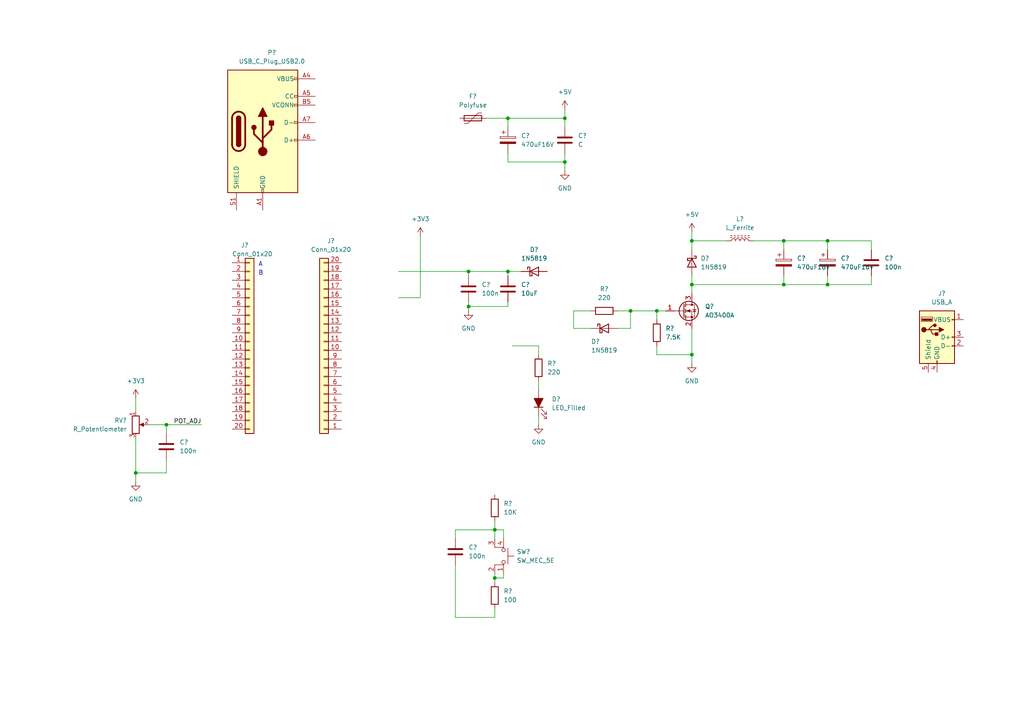
<source format=kicad_sch>
(kicad_sch (version 20210621) (generator eeschema)
  (paper "A4")
  (lib_symbols
    (symbol "Connector:USB_A" (pin_names (offset 1.016))
      (property "Reference" "J" (at -5.08 11.43 0))
      (property "Value" "USB_A" (at -5.08 8.89 0))
      (symbol "USB_A_0_1"
        (circle (center -3.81 2.159) (radius 0.635) (stroke (width 0.254)) (fill (type outline)))
        (circle (center -0.635 3.429) (radius 0.381) (stroke (width 0.254)) (fill (type outline)))
        (rectangle (start -1.27 4.572) (end -4.572 5.842))
        (rectangle (start -0.127 -7.62) (end 0.127 -6.858))
        (rectangle (start 5.08 -2.667) (end 4.318 -2.413))
        (rectangle (start 5.08 -0.127) (end 4.318 0.127))
        (rectangle (start 5.08 4.953) (end 4.318 5.207))
        (rectangle (start -1.524 4.826) (end -4.318 5.334) (fill (type outline)))
        (rectangle (start 0.254 1.27) (end -0.508 0.508) (stroke (width 0.254)) (fill (type outline)))
        (rectangle (start -5.08 -7.62) (end 5.08 7.62) (stroke (width 0.254)) (fill (type background)))
        (polyline (pts (xy -3.175 2.159) (xy -2.54 2.159) (xy -1.27 3.429) (xy -0.635 3.429)) (stroke (width 0.254)))
        (polyline (pts (xy -2.54 2.159) (xy -1.905 2.159) (xy -1.27 0.889) (xy 0 0.889)) (stroke (width 0.254)))
        (polyline (pts (xy 0.635 2.794) (xy 0.635 1.524) (xy 1.905 2.159) (xy 0.635 2.794)) (stroke (width 0.254)) (fill (type outline)))
      )
      (symbol "USB_A_1_1"
        (polyline (pts (xy -1.905 2.159) (xy 0.635 2.159)) (stroke (width 0.254)))
        (pin power_in line (at 7.62 5.08 180) (length 2.54) (name "VBUS") (number "1"))
        (pin bidirectional line (at 7.62 -2.54 180) (length 2.54) (name "D-") (number "2"))
        (pin bidirectional line (at 7.62 0 180) (length 2.54) (name "D+") (number "3"))
        (pin power_in line (at 0 -10.16 90) (length 2.54) (name "GND") (number "4"))
        (pin passive line (at -2.54 -10.16 90) (length 2.54) (name "Shield") (number "5"))
      )
    )
    (symbol "Connector:USB_C_Plug_USB2.0" (pin_names (offset 1.016))
      (property "Reference" "P" (at -10.16 19.05 0))
      (property "Value" "USB_C_Plug_USB2.0" (at 12.7 19.05 0))
      (symbol "USB_C_Plug_USB2.0_0_0"
        (rectangle (start -0.254 -17.78) (end 0.254 -16.764))
        (rectangle (start 10.16 -2.286) (end 9.144 -2.794))
        (rectangle (start 10.16 2.794) (end 9.144 2.286))
        (rectangle (start 10.16 7.874) (end 9.144 7.366))
        (rectangle (start 10.16 10.414) (end 9.144 9.906))
        (rectangle (start 10.16 15.494) (end 9.144 14.986))
      )
      (symbol "USB_C_Plug_USB2.0_0_1"
        (arc (start -8.89 -3.81) (end -5.08 -3.81) (radius (at -6.985 -3.81) (length 1.905) (angles -179.9 -0.1)) (stroke (width 0.508)))
        (arc (start -7.62 -3.81) (end -6.35 -3.81) (radius (at -6.985 -3.81) (length 0.635) (angles -179.9 -0.1)) (stroke (width 0.254)))
        (arc (start -6.35 3.81) (end -7.62 3.81) (radius (at -6.985 3.81) (length 0.635) (angles 0.1 179.9)) (stroke (width 0.254)))
        (arc (start -5.08 3.81) (end -8.89 3.81) (radius (at -6.985 3.81) (length 1.905) (angles 0.1 179.9)) (stroke (width 0.508)))
        (arc (start -7.62 -3.81) (end -6.35 -3.81) (radius (at -6.985 -3.81) (length 0.635) (angles -179.9 -0.1)) (stroke (width 0.254)) (fill (type outline)))
        (arc (start -6.35 3.81) (end -7.62 3.81) (radius (at -6.985 3.81) (length 0.635) (angles 0.1 179.9)) (stroke (width 0.254)) (fill (type outline)))
        (circle (center -2.54 1.143) (radius 0.635) (stroke (width 0.254)) (fill (type outline)))
        (circle (center 0 -5.842) (radius 1.27) (fill (type outline)))
        (rectangle (start -7.62 -3.81) (end -6.35 3.81) (stroke (width 0.254)) (fill (type outline)))
        (rectangle (start 1.905 1.778) (end 3.175 3.048) (stroke (width 0.254)) (fill (type outline)))
        (rectangle (start -10.16 17.78) (end 10.16 -17.78) (stroke (width 0.254)) (fill (type background)))
        (polyline (pts (xy -8.89 -3.81) (xy -8.89 3.81)) (stroke (width 0.508)))
        (polyline (pts (xy -5.08 3.81) (xy -5.08 -3.81)) (stroke (width 0.508)))
        (polyline (pts (xy 0 -5.842) (xy 0 4.318)) (stroke (width 0.508)))
        (polyline (pts (xy 0 -3.302) (xy -2.54 -0.762) (xy -2.54 0.508)) (stroke (width 0.508)))
        (polyline (pts (xy 0 -2.032) (xy 2.54 0.508) (xy 2.54 1.778)) (stroke (width 0.508)))
        (polyline (pts (xy -1.27 4.318) (xy 0 6.858) (xy 1.27 4.318) (xy -1.27 4.318)) (stroke (width 0.254)) (fill (type outline)))
      )
      (symbol "USB_C_Plug_USB2.0_1_1"
        (pin passive line (at 0 -22.86 90) (length 5.08) (name "GND") (number "A1"))
        (pin passive line (at 0 -22.86 90) (length 5.08) hide (name "GND") (number "A12"))
        (pin passive line (at 15.24 15.24 180) (length 5.08) (name "VBUS") (number "A4"))
        (pin bidirectional line (at 15.24 10.16 180) (length 5.08) (name "CC") (number "A5"))
        (pin bidirectional line (at 15.24 -2.54 180) (length 5.08) (name "D+") (number "A6"))
        (pin bidirectional line (at 15.24 2.54 180) (length 5.08) (name "D-") (number "A7"))
        (pin passive line (at 15.24 15.24 180) (length 5.08) hide (name "VBUS") (number "A9"))
        (pin passive line (at 0 -22.86 90) (length 5.08) hide (name "GND") (number "B1"))
        (pin passive line (at 0 -22.86 90) (length 5.08) hide (name "GND") (number "B12"))
        (pin passive line (at 15.24 15.24 180) (length 5.08) hide (name "VBUS") (number "B4"))
        (pin bidirectional line (at 15.24 7.62 180) (length 5.08) (name "VCONN") (number "B5"))
        (pin passive line (at 15.24 15.24 180) (length 5.08) hide (name "VBUS") (number "B9"))
        (pin passive line (at -7.62 -22.86 90) (length 5.08) (name "SHIELD") (number "S1"))
      )
    )
    (symbol "Connector_Generic:Conn_01x20" (pin_names (offset 1.016) hide)
      (property "Reference" "J" (at 0 25.4 0))
      (property "Value" "Conn_01x20" (at 0 -27.94 0))
      (symbol "Conn_01x20_1_1"
        (rectangle (start -1.27 -25.273) (end 0 -25.527) (stroke (width 0.1524)))
        (rectangle (start -1.27 -22.733) (end 0 -22.987) (stroke (width 0.1524)))
        (rectangle (start -1.27 -20.193) (end 0 -20.447) (stroke (width 0.1524)))
        (rectangle (start -1.27 -17.653) (end 0 -17.907) (stroke (width 0.1524)))
        (rectangle (start -1.27 -15.113) (end 0 -15.367) (stroke (width 0.1524)))
        (rectangle (start -1.27 -12.573) (end 0 -12.827) (stroke (width 0.1524)))
        (rectangle (start -1.27 -10.033) (end 0 -10.287) (stroke (width 0.1524)))
        (rectangle (start -1.27 -7.493) (end 0 -7.747) (stroke (width 0.1524)))
        (rectangle (start -1.27 -4.953) (end 0 -5.207) (stroke (width 0.1524)))
        (rectangle (start -1.27 -2.413) (end 0 -2.667) (stroke (width 0.1524)))
        (rectangle (start -1.27 0.127) (end 0 -0.127) (stroke (width 0.1524)))
        (rectangle (start -1.27 2.667) (end 0 2.413) (stroke (width 0.1524)))
        (rectangle (start -1.27 5.207) (end 0 4.953) (stroke (width 0.1524)))
        (rectangle (start -1.27 7.747) (end 0 7.493) (stroke (width 0.1524)))
        (rectangle (start -1.27 10.287) (end 0 10.033) (stroke (width 0.1524)))
        (rectangle (start -1.27 12.827) (end 0 12.573) (stroke (width 0.1524)))
        (rectangle (start -1.27 15.367) (end 0 15.113) (stroke (width 0.1524)))
        (rectangle (start -1.27 17.907) (end 0 17.653) (stroke (width 0.1524)))
        (rectangle (start -1.27 20.447) (end 0 20.193) (stroke (width 0.1524)))
        (rectangle (start -1.27 22.987) (end 0 22.733) (stroke (width 0.1524)))
        (rectangle (start -1.27 24.13) (end 1.27 -26.67) (stroke (width 0.254)) (fill (type background)))
        (pin passive line (at -5.08 22.86 0) (length 3.81) (name "Pin_1") (number "1"))
        (pin passive line (at -5.08 0 0) (length 3.81) (name "Pin_10") (number "10"))
        (pin passive line (at -5.08 -2.54 0) (length 3.81) (name "Pin_11") (number "11"))
        (pin passive line (at -5.08 -5.08 0) (length 3.81) (name "Pin_12") (number "12"))
        (pin passive line (at -5.08 -7.62 0) (length 3.81) (name "Pin_13") (number "13"))
        (pin passive line (at -5.08 -10.16 0) (length 3.81) (name "Pin_14") (number "14"))
        (pin passive line (at -5.08 -12.7 0) (length 3.81) (name "Pin_15") (number "15"))
        (pin passive line (at -5.08 -15.24 0) (length 3.81) (name "Pin_16") (number "16"))
        (pin passive line (at -5.08 -17.78 0) (length 3.81) (name "Pin_17") (number "17"))
        (pin passive line (at -5.08 -20.32 0) (length 3.81) (name "Pin_18") (number "18"))
        (pin passive line (at -5.08 -22.86 0) (length 3.81) (name "Pin_19") (number "19"))
        (pin passive line (at -5.08 20.32 0) (length 3.81) (name "Pin_2") (number "2"))
        (pin passive line (at -5.08 -25.4 0) (length 3.81) (name "Pin_20") (number "20"))
        (pin passive line (at -5.08 17.78 0) (length 3.81) (name "Pin_3") (number "3"))
        (pin passive line (at -5.08 15.24 0) (length 3.81) (name "Pin_4") (number "4"))
        (pin passive line (at -5.08 12.7 0) (length 3.81) (name "Pin_5") (number "5"))
        (pin passive line (at -5.08 10.16 0) (length 3.81) (name "Pin_6") (number "6"))
        (pin passive line (at -5.08 7.62 0) (length 3.81) (name "Pin_7") (number "7"))
        (pin passive line (at -5.08 5.08 0) (length 3.81) (name "Pin_8") (number "8"))
        (pin passive line (at -5.08 2.54 0) (length 3.81) (name "Pin_9") (number "9"))
      )
    )
    (symbol "Device:C" (pin_numbers hide) (pin_names (offset 0.254))
      (property "Reference" "C" (at 0.635 2.54 0))
      (property "Value" "C" (at 0.635 -2.54 0))
      (symbol "C_0_1"
        (polyline (pts (xy -2.032 -0.762) (xy 2.032 -0.762)) (stroke (width 0.508)))
        (polyline (pts (xy -2.032 0.762) (xy 2.032 0.762)) (stroke (width 0.508)))
      )
      (symbol "C_1_1"
        (pin passive line (at 0 3.81 270) (length 2.794) (name "~") (number "1"))
        (pin passive line (at 0 -3.81 90) (length 2.794) (name "~") (number "2"))
      )
    )
    (symbol "Device:C_Polarized" (pin_numbers hide) (pin_names (offset 0.254))
      (property "Reference" "C" (at 0.635 2.54 0))
      (property "Value" "C_Polarized" (at 0.635 -2.54 0))
      (symbol "C_Polarized_0_1"
        (rectangle (start -2.286 0.508) (end 2.286 1.016))
        (rectangle (start 2.286 -0.508) (end -2.286 -1.016) (fill (type outline)))
        (polyline (pts (xy -1.778 2.286) (xy -0.762 2.286)))
        (polyline (pts (xy -1.27 2.794) (xy -1.27 1.778)))
      )
      (symbol "C_Polarized_1_1"
        (pin passive line (at 0 3.81 270) (length 2.794) (name "~") (number "1"))
        (pin passive line (at 0 -3.81 90) (length 2.794) (name "~") (number "2"))
      )
    )
    (symbol "Device:LED_Filled" (pin_numbers hide) (pin_names (offset 1.016) hide)
      (property "Reference" "D" (at 0 2.54 0))
      (property "Value" "LED_Filled" (at 0 -2.54 0))
      (symbol "LED_Filled_0_1"
        (polyline (pts (xy -1.27 -1.27) (xy -1.27 1.27)) (stroke (width 0.254)))
        (polyline (pts (xy -1.27 0) (xy 1.27 0)))
        (polyline (pts (xy -3.048 -0.762) (xy -4.572 -2.286) (xy -3.81 -2.286) (xy -4.572 -2.286) (xy -4.572 -1.524)))
        (polyline (pts (xy -1.778 -0.762) (xy -3.302 -2.286) (xy -2.54 -2.286) (xy -3.302 -2.286) (xy -3.302 -1.524)))
        (polyline (pts (xy 1.27 -1.27) (xy 1.27 1.27) (xy -1.27 0) (xy 1.27 -1.27)) (stroke (width 0.254)) (fill (type outline)))
      )
      (symbol "LED_Filled_1_1"
        (pin passive line (at -3.81 0 0) (length 2.54) (name "K") (number "1"))
        (pin passive line (at 3.81 0 180) (length 2.54) (name "A") (number "2"))
      )
    )
    (symbol "Device:L_Ferrite" (pin_numbers hide) (pin_names (offset 1.016) hide)
      (property "Reference" "L" (at -1.27 0 90))
      (property "Value" "L_Ferrite" (at 2.794 0 90))
      (symbol "L_Ferrite_0_1"
        (arc (start 0 -2.54) (end 0 -1.27) (radius (at 0 -1.905) (length 0.635) (angles -89.9 89.9)))
        (arc (start 0 -1.27) (end 0 0) (radius (at 0 -0.635) (length 0.635) (angles -89.9 89.9)))
        (arc (start 0 0) (end 0 1.27) (radius (at 0 0.635) (length 0.635) (angles -89.9 89.9)))
        (arc (start 0 1.27) (end 0 2.54) (radius (at 0 1.905) (length 0.635) (angles -89.9 89.9)))
        (polyline (pts (xy 1.016 -2.794) (xy 1.016 -2.286)))
        (polyline (pts (xy 1.016 -1.778) (xy 1.016 -1.27)))
        (polyline (pts (xy 1.016 -0.762) (xy 1.016 -0.254)))
        (polyline (pts (xy 1.016 0.254) (xy 1.016 0.762)))
        (polyline (pts (xy 1.016 1.27) (xy 1.016 1.778)))
        (polyline (pts (xy 1.016 2.286) (xy 1.016 2.794)))
        (polyline (pts (xy 1.524 -2.286) (xy 1.524 -2.794)))
        (polyline (pts (xy 1.524 -1.27) (xy 1.524 -1.778)))
        (polyline (pts (xy 1.524 -0.254) (xy 1.524 -0.762)))
        (polyline (pts (xy 1.524 0.762) (xy 1.524 0.254)))
        (polyline (pts (xy 1.524 1.778) (xy 1.524 1.27)))
        (polyline (pts (xy 1.524 2.794) (xy 1.524 2.286)))
      )
      (symbol "L_Ferrite_1_1"
        (pin passive line (at 0 3.81 270) (length 1.27) (name "1") (number "1"))
        (pin passive line (at 0 -3.81 90) (length 1.27) (name "2") (number "2"))
      )
    )
    (symbol "Device:Polyfuse" (pin_numbers hide) (pin_names (offset 0))
      (property "Reference" "F" (at -2.54 0 90))
      (property "Value" "Polyfuse" (at 2.54 0 90))
      (symbol "Polyfuse_0_1"
        (rectangle (start -0.762 2.54) (end 0.762 -2.54) (stroke (width 0.254)))
        (polyline (pts (xy 0 2.54) (xy 0 -2.54)))
        (polyline (pts (xy -1.524 2.54) (xy -1.524 1.524) (xy 1.524 -1.524) (xy 1.524 -2.54)))
      )
      (symbol "Polyfuse_1_1"
        (pin passive line (at 0 3.81 270) (length 1.27) (name "~") (number "1"))
        (pin passive line (at 0 -3.81 90) (length 1.27) (name "~") (number "2"))
      )
    )
    (symbol "Device:R" (pin_numbers hide) (pin_names (offset 0))
      (property "Reference" "R" (at 2.032 0 90))
      (property "Value" "R" (at 0 0 90))
      (symbol "R_0_1"
        (rectangle (start -1.016 -2.54) (end 1.016 2.54) (stroke (width 0.254)))
      )
      (symbol "R_1_1"
        (pin passive line (at 0 3.81 270) (length 1.27) (name "~") (number "1"))
        (pin passive line (at 0 -3.81 90) (length 1.27) (name "~") (number "2"))
      )
    )
    (symbol "Device:R_Potentiometer" (pin_names (offset 1.016) hide)
      (property "Reference" "RV" (at -4.445 0 90))
      (property "Value" "R_Potentiometer" (at -2.54 0 90))
      (symbol "R_Potentiometer_0_1"
        (rectangle (start 1.016 2.54) (end -1.016 -2.54) (stroke (width 0.254)))
        (polyline (pts (xy 2.54 0) (xy 1.524 0)))
        (polyline (pts (xy 1.143 0) (xy 2.286 0.508) (xy 2.286 -0.508) (xy 1.143 0)) (fill (type outline)))
      )
      (symbol "R_Potentiometer_1_1"
        (pin passive line (at 0 3.81 270) (length 1.27) (name "1") (number "1"))
        (pin passive line (at 3.81 0 180) (length 1.27) (name "2") (number "2"))
        (pin passive line (at 0 -3.81 90) (length 1.27) (name "3") (number "3"))
      )
    )
    (symbol "Diode:1N5819" (pin_numbers hide) (pin_names (offset 1.016) hide)
      (property "Reference" "D" (at 0 2.54 0))
      (property "Value" "1N5819" (at 0 -2.54 0))
      (symbol "1N5819_0_1"
        (polyline (pts (xy 1.27 0) (xy -1.27 0)))
        (polyline (pts (xy 1.27 1.27) (xy 1.27 -1.27) (xy -1.27 0) (xy 1.27 1.27)) (stroke (width 0.254)))
        (polyline (pts (xy -1.905 0.635) (xy -1.905 1.27) (xy -1.27 1.27) (xy -1.27 -1.27) (xy -0.635 -1.27) (xy -0.635 -0.635)) (stroke (width 0.254)))
      )
      (symbol "1N5819_1_1"
        (pin passive line (at -3.81 0 0) (length 2.54) (name "K") (number "1"))
        (pin passive line (at 3.81 0 180) (length 2.54) (name "A") (number "2"))
      )
    )
    (symbol "Switch:SW_MEC_5E" (pin_names (offset 1.016) hide)
      (property "Reference" "SW" (at 0.635 5.715 0))
      (property "Value" "SW_MEC_5E" (at 0 -3.175 0))
      (symbol "SW_MEC_5E_0_1"
        (circle (center -1.778 2.54) (radius 0.508))
        (circle (center 1.778 2.54) (radius 0.508))
        (polyline (pts (xy -2.286 3.81) (xy 2.286 3.81)))
        (polyline (pts (xy 0 3.81) (xy 0 5.588)))
        (polyline (pts (xy -2.54 0) (xy -2.54 2.54) (xy -2.286 2.54)))
        (polyline (pts (xy 2.54 0) (xy 2.54 2.54) (xy 2.286 2.54)))
        (pin passive line (at -5.08 2.54 0) (length 2.54) (name "1") (number "1"))
        (pin passive line (at -5.08 0 0) (length 2.54) (name "2") (number "2"))
        (pin passive line (at 5.08 0 180) (length 2.54) (name "K") (number "3"))
        (pin passive line (at 5.08 2.54 180) (length 2.54) (name "A") (number "4"))
      )
    )
    (symbol "Transistor_FET:AO3400A" (pin_names hide)
      (property "Reference" "Q" (at 5.08 1.905 0))
      (property "Value" "AO3400A" (at 5.08 0 0))
      (symbol "AO3400A_0_1"
        (circle (center 1.651 0) (radius 2.794) (stroke (width 0.254)))
        (circle (center 2.54 -1.778) (radius 0.254) (fill (type outline)))
        (circle (center 2.54 1.778) (radius 0.254) (fill (type outline)))
        (polyline (pts (xy 0.254 0) (xy -2.54 0)))
        (polyline (pts (xy 0.254 1.905) (xy 0.254 -1.905)) (stroke (width 0.254)))
        (polyline (pts (xy 0.762 -1.27) (xy 0.762 -2.286)) (stroke (width 0.254)))
        (polyline (pts (xy 0.762 0.508) (xy 0.762 -0.508)) (stroke (width 0.254)))
        (polyline (pts (xy 0.762 2.286) (xy 0.762 1.27)) (stroke (width 0.254)))
        (polyline (pts (xy 2.54 2.54) (xy 2.54 1.778)))
        (polyline (pts (xy 2.54 -2.54) (xy 2.54 0) (xy 0.762 0)))
        (polyline (pts (xy 0.762 -1.778) (xy 3.302 -1.778) (xy 3.302 1.778) (xy 0.762 1.778)))
        (polyline (pts (xy 2.794 0.508) (xy 2.921 0.381) (xy 3.683 0.381) (xy 3.81 0.254)))
        (polyline (pts (xy 3.302 0.381) (xy 2.921 -0.254) (xy 3.683 -0.254) (xy 3.302 0.381)))
        (polyline (pts (xy 1.016 0) (xy 2.032 0.381) (xy 2.032 -0.381) (xy 1.016 0)) (fill (type outline)))
      )
      (symbol "AO3400A_1_1"
        (pin input line (at -5.08 0 0) (length 2.54) (name "G") (number "1"))
        (pin passive line (at 2.54 -5.08 90) (length 2.54) (name "S") (number "2"))
        (pin passive line (at 2.54 5.08 270) (length 2.54) (name "D") (number "3"))
      )
    )
    (symbol "power:+3V3" (power) (pin_names (offset 0))
      (property "Value" "+3V3" (at 0 3.556 0))
      (symbol "+3V3_0_1"
        (polyline (pts (xy -0.762 1.27) (xy 0 2.54)))
        (polyline (pts (xy 0 0) (xy 0 2.54)))
        (polyline (pts (xy 0 2.54) (xy 0.762 1.27)))
      )
      (symbol "+3V3_1_1"
        (pin power_in line (at 0 0 90) (length 0) hide (name "+3V3") (number "1"))
      )
    )
    (symbol "power:+5V" (power) (pin_names (offset 0))
      (property "Value" "+5V" (at 0 3.556 0))
      (symbol "+5V_0_1"
        (polyline (pts (xy -0.762 1.27) (xy 0 2.54)))
        (polyline (pts (xy 0 0) (xy 0 2.54)))
        (polyline (pts (xy 0 2.54) (xy 0.762 1.27)))
      )
      (symbol "+5V_1_1"
        (pin power_in line (at 0 0 90) (length 0) hide (name "+5V") (number "1"))
      )
    )
    (symbol "power:GND" (power) (pin_names (offset 0))
      (property "Value" "GND" (at 0 -3.81 0))
      (symbol "GND_0_1"
        (polyline (pts (xy 0 0) (xy 0 -1.27) (xy 1.27 -1.27) (xy 0 -2.54) (xy -1.27 -1.27) (xy 0 -1.27)))
      )
      (symbol "GND_1_1"
        (pin power_in line (at 0 0 270) (length 0) hide (name "GND") (number "1"))
      )
    )
  )
  (junction (at 39.37 137.16) (diameter 0.9144))
  (junction (at 48.26 123.19) (diameter 0.9144))
  (junction (at 135.89 78.74) (diameter 0.9144))
  (junction (at 135.89 88.9) (diameter 0.9144))
  (junction (at 143.51 153.67) (diameter 0.9144))
  (junction (at 143.51 167.64) (diameter 0.9144))
  (junction (at 147.32 34.29) (diameter 0.9144))
  (junction (at 147.32 78.74) (diameter 0.9144))
  (junction (at 163.83 34.29) (diameter 0.9144))
  (junction (at 163.83 46.99) (diameter 0.9144))
  (junction (at 182.88 90.17) (diameter 0.9144))
  (junction (at 190.5 90.17) (diameter 0.9144))
  (junction (at 200.66 69.85) (diameter 0.9144))
  (junction (at 200.66 82.55) (diameter 0.9144))
  (junction (at 200.66 102.87) (diameter 0.9144))
  (junction (at 227.33 69.85) (diameter 0.9144))
  (junction (at 227.33 82.55) (diameter 0.9144))
  (junction (at 240.03 69.85) (diameter 0.9144))
  (junction (at 240.03 82.55) (diameter 0.9144))
  (wire (pts (xy 39.37 115.57) (xy 39.37 119.38)))
  (wire (pts (xy 39.37 127) (xy 39.37 137.16)))
  (wire (pts (xy 39.37 137.16) (xy 39.37 139.7)))
  (wire (pts (xy 39.37 137.16) (xy 48.26 137.16)))
  (wire (pts (xy 43.18 123.19) (xy 48.26 123.19)))
  (wire (pts (xy 48.26 123.19) (xy 48.26 125.73)))
  (wire (pts (xy 48.26 123.19) (xy 58.42 123.19)))
  (wire (pts (xy 48.26 133.35) (xy 48.26 137.16)))
  (wire (pts (xy 115.57 78.74) (xy 135.89 78.74)))
  (wire (pts (xy 121.92 68.58) (xy 121.92 86.36)))
  (wire (pts (xy 121.92 86.36) (xy 115.57 86.36)))
  (wire (pts (xy 132.08 153.67) (xy 143.51 153.67)))
  (wire (pts (xy 132.08 156.21) (xy 132.08 153.67)))
  (wire (pts (xy 132.08 163.83) (xy 132.08 179.07)))
  (wire (pts (xy 132.08 179.07) (xy 143.51 179.07)))
  (wire (pts (xy 135.89 78.74) (xy 135.89 80.01)))
  (wire (pts (xy 135.89 78.74) (xy 147.32 78.74)))
  (wire (pts (xy 135.89 87.63) (xy 135.89 88.9)))
  (wire (pts (xy 135.89 88.9) (xy 135.89 90.17)))
  (wire (pts (xy 135.89 88.9) (xy 147.32 88.9)))
  (wire (pts (xy 140.97 34.29) (xy 147.32 34.29)))
  (wire (pts (xy 143.51 151.13) (xy 143.51 153.67)))
  (wire (pts (xy 143.51 153.67) (xy 143.51 156.21)))
  (wire (pts (xy 143.51 153.67) (xy 146.05 153.67)))
  (wire (pts (xy 143.51 166.37) (xy 143.51 167.64)))
  (wire (pts (xy 143.51 167.64) (xy 143.51 168.91)))
  (wire (pts (xy 143.51 167.64) (xy 146.05 167.64)))
  (wire (pts (xy 143.51 179.07) (xy 143.51 176.53)))
  (wire (pts (xy 146.05 156.21) (xy 146.05 153.67)))
  (wire (pts (xy 146.05 166.37) (xy 146.05 167.64)))
  (wire (pts (xy 147.32 34.29) (xy 147.32 36.83)))
  (wire (pts (xy 147.32 34.29) (xy 163.83 34.29)))
  (wire (pts (xy 147.32 44.45) (xy 147.32 46.99)))
  (wire (pts (xy 147.32 78.74) (xy 147.32 80.01)))
  (wire (pts (xy 147.32 78.74) (xy 151.13 78.74)))
  (wire (pts (xy 147.32 87.63) (xy 147.32 88.9)))
  (wire (pts (xy 148.59 100.33) (xy 156.21 100.33)))
  (wire (pts (xy 156.21 102.87) (xy 156.21 100.33)))
  (wire (pts (xy 156.21 110.49) (xy 156.21 113.03)))
  (wire (pts (xy 156.21 120.65) (xy 156.21 123.19)))
  (wire (pts (xy 163.83 31.75) (xy 163.83 34.29)))
  (wire (pts (xy 163.83 34.29) (xy 163.83 36.83)))
  (wire (pts (xy 163.83 44.45) (xy 163.83 46.99)))
  (wire (pts (xy 163.83 46.99) (xy 147.32 46.99)))
  (wire (pts (xy 163.83 46.99) (xy 163.83 49.53)))
  (wire (pts (xy 166.37 90.17) (xy 171.45 90.17)))
  (wire (pts (xy 166.37 95.25) (xy 166.37 90.17)))
  (wire (pts (xy 171.45 95.25) (xy 166.37 95.25)))
  (wire (pts (xy 179.07 90.17) (xy 182.88 90.17)))
  (wire (pts (xy 179.07 95.25) (xy 182.88 95.25)))
  (wire (pts (xy 182.88 90.17) (xy 182.88 95.25)))
  (wire (pts (xy 182.88 90.17) (xy 190.5 90.17)))
  (wire (pts (xy 190.5 90.17) (xy 190.5 92.71)))
  (wire (pts (xy 190.5 90.17) (xy 193.04 90.17)))
  (wire (pts (xy 190.5 100.33) (xy 190.5 102.87)))
  (wire (pts (xy 190.5 102.87) (xy 200.66 102.87)))
  (wire (pts (xy 200.66 67.31) (xy 200.66 69.85)))
  (wire (pts (xy 200.66 69.85) (xy 200.66 72.39)))
  (wire (pts (xy 200.66 80.01) (xy 200.66 82.55)))
  (wire (pts (xy 200.66 82.55) (xy 200.66 85.09)))
  (wire (pts (xy 200.66 82.55) (xy 227.33 82.55)))
  (wire (pts (xy 200.66 95.25) (xy 200.66 102.87)))
  (wire (pts (xy 200.66 102.87) (xy 200.66 105.41)))
  (wire (pts (xy 210.82 69.85) (xy 200.66 69.85)))
  (wire (pts (xy 218.44 69.85) (xy 227.33 69.85)))
  (wire (pts (xy 227.33 69.85) (xy 227.33 72.39)))
  (wire (pts (xy 227.33 69.85) (xy 240.03 69.85)))
  (wire (pts (xy 227.33 80.01) (xy 227.33 82.55)))
  (wire (pts (xy 227.33 82.55) (xy 240.03 82.55)))
  (wire (pts (xy 240.03 69.85) (xy 240.03 72.39)))
  (wire (pts (xy 240.03 69.85) (xy 252.73 69.85)))
  (wire (pts (xy 240.03 80.01) (xy 240.03 82.55)))
  (wire (pts (xy 240.03 82.55) (xy 252.73 82.55)))
  (wire (pts (xy 252.73 72.39) (xy 252.73 69.85)))
  (wire (pts (xy 252.73 80.01) (xy 252.73 82.55)))
  (text "A" (at 74.93 77.47 0) (effects (font (size 1.27 1.27)) (justify left bottom)))
  (text "B" (at 74.93 80.01 0) (effects (font (size 1.27 1.27)) (justify left bottom)))
  (label "POT_ADJ" (at 58.42 123.19 180))
  (symbol (lib_id "power:+3V3") (at 39.37 115.57 0) (unit 1)
    (property "Reference" "#PWR?" (effects hide))
    (property "Value" "+3V3" (at 39.37 110.49 0))
  )
  (symbol (lib_id "power:+3V3") (at 121.92 68.58 0) (unit 1)
    (property "Reference" "#PWR?" (effects hide))
    (property "Value" "+3V3" (at 121.92 63.5 0))
  )
  (symbol (lib_id "power:+5V") (at 163.83 31.75 0) (unit 1)
    (property "Reference" "#PWR?" (effects hide))
    (property "Value" "+5V" (at 163.83 26.67 0))
  )
  (symbol (lib_id "power:+5V") (at 200.66 67.31 0) (unit 1)
    (property "Reference" "#PWR?" (effects hide))
    (property "Value" "+5V" (at 200.66 62.23 0))
  )
  (symbol (lib_id "power:GND") (at 39.37 139.7 0) (unit 1)
    (property "Reference" "#PWR?" (effects hide))
    (property "Value" "GND" (at 39.37 144.78 0))
  )
  (symbol (lib_id "power:GND") (at 135.89 90.17 0) (unit 1)
    (property "Reference" "#PWR?" (effects hide))
    (property "Value" "GND" (at 135.89 95.25 0))
  )
  (symbol (lib_id "power:GND") (at 156.21 123.19 0) (unit 1)
    (property "Reference" "#PWR?" (effects hide))
    (property "Value" "GND" (at 156.21 128.27 0))
  )
  (symbol (lib_id "power:GND") (at 163.83 49.53 0) (unit 1)
    (property "Reference" "#PWR?" (effects hide))
    (property "Value" "GND" (at 163.83 54.61 0))
  )
  (symbol (lib_id "power:GND") (at 200.66 105.41 0) (unit 1)
    (property "Reference" "#PWR?" (effects hide))
    (property "Value" "GND" (at 200.66 110.49 0))
  )
  (symbol (lib_id "Device:L_Ferrite") (at 214.63 69.85 90) (unit 1)
    (property "Reference" "L?" (at 214.63 63.5 90))
    (property "Value" "L_Ferrite" (at 214.63 66.04 90))
  )
  (symbol (lib_id "Device:R") (at 143.51 147.32 0) (unit 1)
    (property "Reference" "R?" (at 146.05 146.0499 0) (effects (justify left)))
    (property "Value" "10K" (at 146.05 148.5899 0) (effects (justify left)))
  )
  (symbol (lib_id "Device:R") (at 143.51 172.72 0) (unit 1)
    (property "Reference" "R?" (at 146.05 171.4499 0) (effects (justify left)))
    (property "Value" "100" (at 146.05 173.9899 0) (effects (justify left)))
  )
  (symbol (lib_id "Device:R") (at 156.21 106.68 180) (unit 1)
    (property "Reference" "R?" (at 158.75 105.4099 0) (effects (justify right)))
    (property "Value" "220" (at 158.75 107.9499 0) (effects (justify right)))
  )
  (symbol (lib_id "Device:R") (at 175.26 90.17 90) (unit 1)
    (property "Reference" "R?" (at 175.26 83.82 90))
    (property "Value" "220" (at 175.26 86.36 90))
  )
  (symbol (lib_id "Device:R") (at 190.5 96.52 0) (unit 1)
    (property "Reference" "R?" (at 193.04 95.2499 0) (effects (justify left)))
    (property "Value" "7.5K" (at 193.04 97.7899 0) (effects (justify left)))
  )
  (symbol (lib_id "Diode:1N5819") (at 154.94 78.74 0) (unit 1)
    (property "Reference" "D?" (at 154.94 72.39 0))
    (property "Value" "1N5819" (at 154.94 74.93 0))
    (property "Footprint" "Diode_THT:D_DO-41_SOD81_P10.16mm_Horizontal" (effects hide))
    (property "Datasheet" "http://www.vishay.com/docs/88525/1n5817.pdf" (effects hide))
  )
  (symbol (lib_id "Diode:1N5819") (at 175.26 95.25 0) (unit 1)
    (property "Reference" "D?" (at 172.72 99.06 0))
    (property "Value" "1N5819" (at 175.26 101.6 0))
    (property "Footprint" "Diode_THT:D_DO-41_SOD81_P10.16mm_Horizontal" (effects hide))
    (property "Datasheet" "http://www.vishay.com/docs/88525/1n5817.pdf" (effects hide))
  )
  (symbol (lib_id "Diode:1N5819") (at 200.66 76.2 270) (unit 1)
    (property "Reference" "D?" (at 203.2 74.9299 90) (effects (justify left)))
    (property "Value" "1N5819" (at 203.2 77.4699 90) (effects (justify left)))
    (property "Footprint" "Diode_THT:D_DO-41_SOD81_P10.16mm_Horizontal" (effects hide))
    (property "Datasheet" "http://www.vishay.com/docs/88525/1n5817.pdf" (effects hide))
  )
  (symbol (lib_id "Device:Polyfuse") (at 137.16 34.29 90) (unit 1)
    (property "Reference" "F?" (at 137.16 27.94 90))
    (property "Value" "Polyfuse" (at 137.16 30.48 90))
  )
  (symbol (lib_id "Device:LED_Filled") (at 156.21 116.84 90) (unit 1)
    (property "Reference" "D?" (at 160.02 115.7604 90) (effects (justify right)))
    (property "Value" "LED_Filled" (at 160.02 118.3004 90) (effects (justify right)))
  )
  (symbol (lib_id "Device:C") (at 48.26 129.54 0) (unit 1)
    (property "Reference" "C?" (at 52.07 128.2699 0) (effects (justify left)))
    (property "Value" "100n" (at 52.07 130.8099 0) (effects (justify left)))
  )
  (symbol (lib_id "Device:C") (at 132.08 160.02 0) (unit 1)
    (property "Reference" "C?" (at 135.89 158.7499 0) (effects (justify left)))
    (property "Value" "100n" (at 135.89 161.2899 0) (effects (justify left)))
  )
  (symbol (lib_id "Device:C") (at 135.89 83.82 0) (unit 1)
    (property "Reference" "C?" (at 139.7 82.5499 0) (effects (justify left)))
    (property "Value" "100n" (at 139.7 85.0899 0) (effects (justify left)))
  )
  (symbol (lib_id "Device:C_Polarized") (at 147.32 40.64 0) (unit 1)
    (property "Reference" "C?" (at 151.13 39.3699 0) (effects (justify left)))
    (property "Value" "470uF16V" (at 151.13 41.9099 0) (effects (justify left)))
  )
  (symbol (lib_id "Device:C") (at 147.32 83.82 0) (unit 1)
    (property "Reference" "C?" (at 151.13 82.5499 0) (effects (justify left)))
    (property "Value" "10uF" (at 151.13 85.0899 0) (effects (justify left)))
  )
  (symbol (lib_id "Device:C") (at 163.83 40.64 0) (unit 1)
    (property "Reference" "C?" (at 167.64 39.3699 0) (effects (justify left)))
    (property "Value" "C" (at 167.64 41.9099 0) (effects (justify left)))
  )
  (symbol (lib_id "Device:C_Polarized") (at 227.33 76.2 0) (unit 1)
    (property "Reference" "C?" (at 231.14 74.9299 0) (effects (justify left)))
    (property "Value" "470uF16V" (at 231.14 77.4699 0) (effects (justify left)))
  )
  (symbol (lib_id "Device:C_Polarized") (at 240.03 76.2 0) (unit 1)
    (property "Reference" "C?" (at 243.84 74.9299 0) (effects (justify left)))
    (property "Value" "470uF16V" (at 243.84 77.4699 0) (effects (justify left)))
  )
  (symbol (lib_id "Device:C") (at 252.73 76.2 0) (unit 1)
    (property "Reference" "C?" (at 256.54 74.9299 0) (effects (justify left)))
    (property "Value" "100n" (at 256.54 77.4699 0) (effects (justify left)))
  )
  (symbol (lib_id "Device:R_Potentiometer") (at 39.37 123.19 0) (unit 1)
    (property "Reference" "RV?" (at 36.83 121.9199 0) (effects (justify right)))
    (property "Value" "R_Potentiometer" (at 36.83 124.4599 0) (effects (justify right)))
  )
  (symbol (lib_id "Switch:SW_MEC_5E") (at 143.51 161.29 270) (mirror x) (unit 1)
    (property "Reference" "SW?" (at 149.86 160.0199 90) (effects (justify left)))
    (property "Value" "SW_MEC_5E" (at 149.86 162.5599 90) (effects (justify left)))
    (property "Datasheet" "http://www.apem.com/int/index.php?controller=attachment&id_attachment=1371" (effects hide))
  )
  (symbol (lib_id "Transistor_FET:AO3400A") (at 198.12 90.17 0) (unit 1)
    (property "Reference" "Q?" (at 204.47 88.8999 0) (effects (justify left)))
    (property "Value" "AO3400A" (at 204.47 91.4399 0) (effects (justify left)))
    (property "Footprint" "Package_TO_SOT_SMD:SOT-23" (effects hide))
    (property "Datasheet" "http://www.aosmd.com/pdfs/datasheet/AO3400A.pdf" (effects hide))
  )
  (symbol (lib_id "Connector:USB_A") (at 271.78 97.79 0) (unit 1)
    (property "Reference" "J?" (at 273.177 85.09 0))
    (property "Value" "USB_A" (at 273.177 87.63 0))
    (property "Datasheet" " ~" (effects hide))
  )
  (symbol (lib_id "Connector_Generic:Conn_01x20") (at 72.39 99.06 0) (unit 1)
    (property "Reference" "J?" (at 69.85 71.1199 0) (effects (justify left)))
    (property "Value" "Conn_01x20" (at 67.31 73.6599 0) (effects (justify left)))
  )
  (symbol (lib_id "Connector_Generic:Conn_01x20") (at 93.98 101.6 180) (unit 1)
    (property "Reference" "J?" (at 96.012 69.85 0))
    (property "Value" "Conn_01x20" (at 96.012 72.39 0))
  )
  (symbol (lib_id "Connector:USB_C_Plug_USB2.0") (at 76.2 38.1 0) (unit 1)
    (property "Reference" "P?" (at 78.867 15.24 0))
    (property "Value" "USB_C_Plug_USB2.0" (at 78.867 17.78 0))
    (property "Datasheet" "https://www.usb.org/sites/default/files/documents/usb_type-c.zip" (effects hide))
  )
)
</source>
